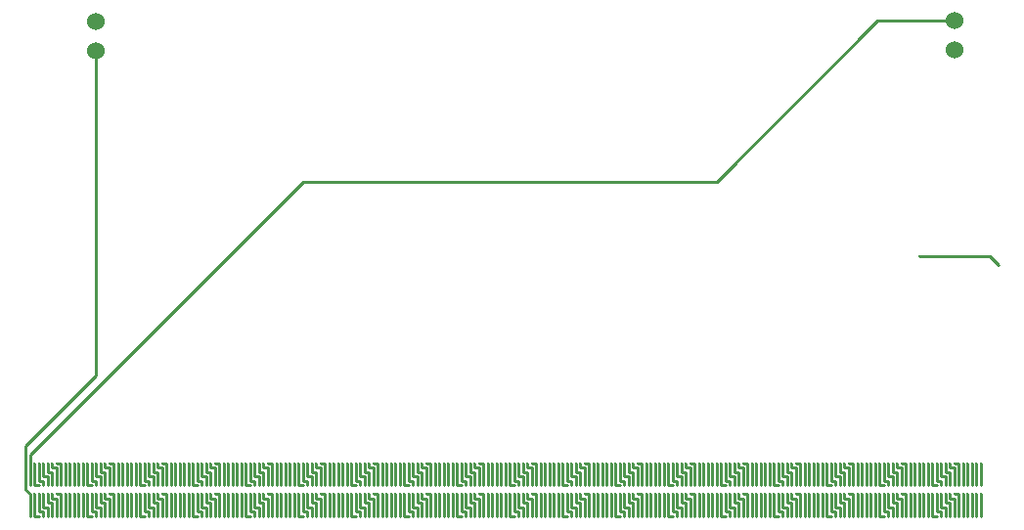
<source format=gbr>
G04 #@! TF.FileFunction,Copper,L2,Bot,Signal*
%FSLAX46Y46*%
G04 Gerber Fmt 4.6, Leading zero omitted, Abs format (unit mm)*
G04 Created by KiCad (PCBNEW 4.0.4+e1-6308~48~ubuntu14.04.1-stable) date Tue Sep 13 00:05:41 2016*
%MOMM*%
%LPD*%
G01*
G04 APERTURE LIST*
%ADD10C,0.100000*%
%ADD11C,1.524000*%
%ADD12C,0.255000*%
%ADD13C,0.110000*%
%ADD14C,0.254000*%
G04 APERTURE END LIST*
D10*
D11*
X86430000Y-70000000D03*
X86430000Y-72540000D03*
X160770000Y-72450000D03*
X160770000Y-69910000D03*
D12*
X138684000Y-110871000D03*
X138684000Y-112776000D03*
X139065000Y-110871000D03*
X139065000Y-112776000D03*
X139446000Y-110871000D03*
X139446000Y-112776000D03*
X139827000Y-110871000D03*
X139827000Y-112776000D03*
X140208000Y-112776000D03*
X140208000Y-110871000D03*
X137160000Y-110871000D03*
X137922000Y-110871000D03*
X137922000Y-112776000D03*
X137541000Y-112776000D03*
X137541000Y-110871000D03*
X137160000Y-112776000D03*
X136779000Y-112776000D03*
X136017000Y-110871000D03*
X136398000Y-112776000D03*
X136398000Y-110871000D03*
X136779000Y-110871000D03*
X138303000Y-112776000D03*
X142875000Y-112776000D03*
X141351000Y-110871000D03*
X140970000Y-110871000D03*
X140970000Y-112776000D03*
X140589000Y-110871000D03*
X141351000Y-112776000D03*
X141732000Y-112776000D03*
X142113000Y-110871000D03*
X142113000Y-112776000D03*
X142494000Y-112776000D03*
X142494000Y-110871000D03*
X141732000Y-110871000D03*
X144780000Y-110871000D03*
X144780000Y-112776000D03*
X144399000Y-112776000D03*
X144399000Y-110871000D03*
X144018000Y-112776000D03*
X144018000Y-110871000D03*
X143637000Y-112776000D03*
X143637000Y-110871000D03*
X143256000Y-112776000D03*
X143256000Y-110871000D03*
X152400000Y-110871000D03*
X152400000Y-112776000D03*
X152781000Y-110871000D03*
X152781000Y-112776000D03*
X153162000Y-110871000D03*
X153162000Y-112776000D03*
X153543000Y-110871000D03*
X153543000Y-112776000D03*
X153924000Y-112776000D03*
X153924000Y-110871000D03*
X150876000Y-110871000D03*
X151638000Y-110871000D03*
X151638000Y-112776000D03*
X151257000Y-112776000D03*
X151257000Y-110871000D03*
X150876000Y-112776000D03*
X150495000Y-112776000D03*
X149733000Y-110871000D03*
X150114000Y-112776000D03*
X150114000Y-110871000D03*
X150495000Y-110871000D03*
X152019000Y-112776000D03*
X147447000Y-112776000D03*
X145923000Y-110871000D03*
X145542000Y-110871000D03*
X145542000Y-112776000D03*
X145161000Y-110871000D03*
X145923000Y-112776000D03*
X146304000Y-112776000D03*
X146685000Y-110871000D03*
X146685000Y-112776000D03*
X147066000Y-112776000D03*
X147066000Y-110871000D03*
X146304000Y-110871000D03*
X149352000Y-110871000D03*
X149352000Y-112776000D03*
X148971000Y-112776000D03*
X148971000Y-110871000D03*
X148590000Y-112776000D03*
X148590000Y-110871000D03*
X148209000Y-112776000D03*
X148209000Y-110871000D03*
X147828000Y-112776000D03*
X147828000Y-110871000D03*
X129540000Y-110871000D03*
X129540000Y-112776000D03*
X129921000Y-110871000D03*
X129921000Y-112776000D03*
X130302000Y-110871000D03*
X130302000Y-112776000D03*
X130683000Y-110871000D03*
X130683000Y-112776000D03*
X131064000Y-112776000D03*
X131064000Y-110871000D03*
X128016000Y-110871000D03*
X128778000Y-110871000D03*
X128778000Y-112776000D03*
X128397000Y-112776000D03*
X128397000Y-110871000D03*
X128016000Y-112776000D03*
X127635000Y-112776000D03*
X126873000Y-110871000D03*
X127254000Y-112776000D03*
X127254000Y-110871000D03*
X127635000Y-110871000D03*
X129159000Y-112776000D03*
X133731000Y-112776000D03*
X132207000Y-110871000D03*
X131826000Y-110871000D03*
X131826000Y-112776000D03*
X131445000Y-110871000D03*
X132207000Y-112776000D03*
X132588000Y-112776000D03*
X132969000Y-110871000D03*
X132969000Y-112776000D03*
X133350000Y-112776000D03*
X133350000Y-110871000D03*
X132588000Y-110871000D03*
X135636000Y-110871000D03*
X135636000Y-112776000D03*
X135255000Y-112776000D03*
X135255000Y-110871000D03*
X134874000Y-112776000D03*
X134874000Y-110871000D03*
X134493000Y-112776000D03*
X134493000Y-110871000D03*
X134112000Y-112776000D03*
X134112000Y-110871000D03*
X124968000Y-110871000D03*
X124968000Y-112776000D03*
X125349000Y-110871000D03*
X125349000Y-112776000D03*
X125730000Y-110871000D03*
X125730000Y-112776000D03*
X126111000Y-110871000D03*
X126111000Y-112776000D03*
X126492000Y-112776000D03*
X126492000Y-110871000D03*
X123444000Y-110871000D03*
X124206000Y-110871000D03*
X124206000Y-112776000D03*
X123825000Y-112776000D03*
X123825000Y-110871000D03*
X124587000Y-112776000D03*
X156972000Y-110871000D03*
X156972000Y-112776000D03*
X157353000Y-110871000D03*
X157353000Y-112776000D03*
X157734000Y-110871000D03*
X157734000Y-112776000D03*
X158115000Y-110871000D03*
X158115000Y-112776000D03*
X158496000Y-112776000D03*
X158496000Y-110871000D03*
X155448000Y-110871000D03*
X156210000Y-110871000D03*
X156210000Y-112776000D03*
X155829000Y-112776000D03*
X155829000Y-110871000D03*
X155448000Y-112776000D03*
X155067000Y-112776000D03*
X154305000Y-110871000D03*
X154686000Y-112776000D03*
X154686000Y-110871000D03*
X155067000Y-110871000D03*
X156591000Y-112776000D03*
X161544000Y-110871000D03*
X161544000Y-112776000D03*
X161925000Y-110871000D03*
X161925000Y-112776000D03*
X162306000Y-110871000D03*
X162306000Y-112776000D03*
X162687000Y-110871000D03*
X162687000Y-112776000D03*
X163068000Y-112776000D03*
X163068000Y-110871000D03*
X160020000Y-110871000D03*
X160782000Y-110871000D03*
X160782000Y-112776000D03*
X160401000Y-112776000D03*
X160401000Y-110871000D03*
X160020000Y-112776000D03*
X159639000Y-112776000D03*
X158877000Y-110871000D03*
X159258000Y-112776000D03*
X159258000Y-110871000D03*
X159639000Y-110871000D03*
X161163000Y-112776000D03*
X157734000Y-90297000D03*
X164592000Y-91059000D03*
X83820000Y-110871000D03*
X83820000Y-112776000D03*
X84201000Y-110871000D03*
X84201000Y-112776000D03*
X84582000Y-110871000D03*
X84582000Y-112776000D03*
X84963000Y-110871000D03*
X84963000Y-112776000D03*
X85344000Y-112776000D03*
X85344000Y-110871000D03*
X82296000Y-110871000D03*
X83058000Y-110871000D03*
X83058000Y-112776000D03*
X82677000Y-112776000D03*
X82677000Y-110871000D03*
X82296000Y-112776000D03*
X81915000Y-112776000D03*
X81153000Y-110871000D03*
X81534000Y-112776000D03*
X81534000Y-110871000D03*
X81915000Y-110871000D03*
X83439000Y-112776000D03*
X88011000Y-112776000D03*
X86487000Y-110871000D03*
X86106000Y-110871000D03*
X86106000Y-112776000D03*
X85725000Y-110871000D03*
X86487000Y-112776000D03*
X86868000Y-112776000D03*
X87249000Y-110871000D03*
X87249000Y-112776000D03*
X87630000Y-112776000D03*
X87630000Y-110871000D03*
X86868000Y-110871000D03*
X89916000Y-110871000D03*
X89916000Y-112776000D03*
X89535000Y-112776000D03*
X89535000Y-110871000D03*
X89154000Y-112776000D03*
X89154000Y-110871000D03*
X88773000Y-112776000D03*
X88773000Y-110871000D03*
X88392000Y-112776000D03*
X88392000Y-110871000D03*
X97536000Y-110871000D03*
X97536000Y-112776000D03*
X97917000Y-110871000D03*
X97917000Y-112776000D03*
X98298000Y-110871000D03*
X98298000Y-112776000D03*
X98679000Y-110871000D03*
X98679000Y-112776000D03*
X99060000Y-112776000D03*
X99060000Y-110871000D03*
X96012000Y-110871000D03*
X96774000Y-110871000D03*
X96774000Y-112776000D03*
X96393000Y-112776000D03*
X96393000Y-110871000D03*
X96012000Y-112776000D03*
X95631000Y-112776000D03*
X94869000Y-110871000D03*
X95250000Y-112776000D03*
X95250000Y-110871000D03*
X95631000Y-110871000D03*
X97155000Y-112776000D03*
X92583000Y-112776000D03*
X91059000Y-110871000D03*
X90678000Y-110871000D03*
X90678000Y-112776000D03*
X90297000Y-110871000D03*
X91059000Y-112776000D03*
X91440000Y-112776000D03*
X91821000Y-110871000D03*
X91821000Y-112776000D03*
X92202000Y-112776000D03*
X92202000Y-110871000D03*
X91440000Y-110871000D03*
X94488000Y-110871000D03*
X94488000Y-112776000D03*
X94107000Y-112776000D03*
X94107000Y-110871000D03*
X93726000Y-112776000D03*
X93726000Y-110871000D03*
X93345000Y-112776000D03*
X93345000Y-110871000D03*
X92964000Y-112776000D03*
X92964000Y-110871000D03*
X111252000Y-110871000D03*
X111252000Y-112776000D03*
X111633000Y-110871000D03*
X111633000Y-112776000D03*
X112014000Y-110871000D03*
X112014000Y-112776000D03*
X112395000Y-110871000D03*
X112395000Y-112776000D03*
X112776000Y-112776000D03*
X112776000Y-110871000D03*
X109728000Y-110871000D03*
X110490000Y-110871000D03*
X110490000Y-112776000D03*
X110109000Y-112776000D03*
X110109000Y-110871000D03*
X109728000Y-112776000D03*
X109347000Y-112776000D03*
X108585000Y-110871000D03*
X108966000Y-112776000D03*
X108966000Y-110871000D03*
X109347000Y-110871000D03*
X110871000Y-112776000D03*
X115443000Y-112776000D03*
X113919000Y-110871000D03*
X113538000Y-110871000D03*
X113538000Y-112776000D03*
X113157000Y-110871000D03*
X113919000Y-112776000D03*
X114300000Y-112776000D03*
X114681000Y-110871000D03*
X114681000Y-112776000D03*
X115062000Y-112776000D03*
X115062000Y-110871000D03*
X114300000Y-110871000D03*
X117348000Y-110871000D03*
X117348000Y-112776000D03*
X116967000Y-112776000D03*
X116967000Y-110871000D03*
X116586000Y-112776000D03*
X116586000Y-110871000D03*
X116205000Y-112776000D03*
X116205000Y-110871000D03*
X115824000Y-112776000D03*
X115824000Y-110871000D03*
X106680000Y-110871000D03*
X106680000Y-112776000D03*
X107061000Y-110871000D03*
X107061000Y-112776000D03*
X107442000Y-110871000D03*
X107442000Y-112776000D03*
X107823000Y-110871000D03*
X107823000Y-112776000D03*
X108204000Y-112776000D03*
X108204000Y-110871000D03*
X105156000Y-110871000D03*
X105918000Y-110871000D03*
X105918000Y-112776000D03*
X105537000Y-112776000D03*
X105537000Y-110871000D03*
X105156000Y-112776000D03*
X104775000Y-112776000D03*
X104013000Y-110871000D03*
X104394000Y-112776000D03*
X104394000Y-110871000D03*
X104775000Y-110871000D03*
X106299000Y-112776000D03*
X101727000Y-112776000D03*
X100203000Y-110871000D03*
X99822000Y-110871000D03*
X99822000Y-112776000D03*
X99441000Y-110871000D03*
X100203000Y-112776000D03*
X100584000Y-112776000D03*
X100965000Y-110871000D03*
X100965000Y-112776000D03*
X101346000Y-112776000D03*
X101346000Y-110871000D03*
X100584000Y-110871000D03*
X103632000Y-110871000D03*
X103632000Y-112776000D03*
X103251000Y-112776000D03*
X103251000Y-110871000D03*
X102870000Y-112776000D03*
X102870000Y-110871000D03*
X102489000Y-112776000D03*
X102489000Y-110871000D03*
X102108000Y-112776000D03*
X102108000Y-110871000D03*
X123444000Y-112776000D03*
X123063000Y-112776000D03*
X122301000Y-110871000D03*
X122682000Y-112776000D03*
X122682000Y-110871000D03*
X123063000Y-110871000D03*
X120015000Y-112776000D03*
X118491000Y-110871000D03*
X118110000Y-110871000D03*
X118110000Y-112776000D03*
X117729000Y-110871000D03*
X118491000Y-112776000D03*
X118872000Y-112776000D03*
X119253000Y-110871000D03*
X119253000Y-112776000D03*
X119634000Y-112776000D03*
X119634000Y-110871000D03*
X118872000Y-110871000D03*
X121920000Y-110871000D03*
X121920000Y-112776000D03*
X121539000Y-112776000D03*
X121539000Y-110871000D03*
X121158000Y-112776000D03*
X121158000Y-110871000D03*
X120777000Y-112776000D03*
X120777000Y-110871000D03*
X120396000Y-112776000D03*
X120396000Y-110871000D03*
X80772000Y-112776000D03*
X161163000Y-110109000D03*
X159639000Y-108204000D03*
X159258000Y-108204000D03*
X159258000Y-110109000D03*
X158877000Y-108204000D03*
X159639000Y-110109000D03*
X160020000Y-110109000D03*
X160401000Y-108204000D03*
X160401000Y-110109000D03*
X160782000Y-110109000D03*
X160782000Y-108204000D03*
X160020000Y-108204000D03*
X163068000Y-108204000D03*
X163068000Y-110109000D03*
X162687000Y-110109000D03*
X162687000Y-108204000D03*
X162306000Y-110109000D03*
X162306000Y-108204000D03*
X161925000Y-110109000D03*
X161925000Y-108204000D03*
X161544000Y-110109000D03*
X161544000Y-108204000D03*
X156591000Y-110109000D03*
X155067000Y-108204000D03*
X154686000Y-108204000D03*
X154686000Y-110109000D03*
X154305000Y-108204000D03*
X155067000Y-110109000D03*
X155448000Y-110109000D03*
X155829000Y-108204000D03*
X155829000Y-110109000D03*
X156210000Y-110109000D03*
X156210000Y-108204000D03*
X155448000Y-108204000D03*
X158496000Y-108204000D03*
X158496000Y-110109000D03*
X158115000Y-110109000D03*
X158115000Y-108204000D03*
X157734000Y-110109000D03*
X157734000Y-108204000D03*
X157353000Y-110109000D03*
X157353000Y-108204000D03*
X156972000Y-110109000D03*
X156972000Y-108204000D03*
X121158000Y-108204000D03*
X121158000Y-110109000D03*
X121539000Y-108204000D03*
X121539000Y-110109000D03*
X121920000Y-110109000D03*
X121920000Y-108204000D03*
X124587000Y-110109000D03*
X123063000Y-108204000D03*
X122682000Y-108204000D03*
X122682000Y-110109000D03*
X122301000Y-108204000D03*
X123063000Y-110109000D03*
X123444000Y-110109000D03*
X123825000Y-108204000D03*
X123825000Y-110109000D03*
X124206000Y-110109000D03*
X124206000Y-108204000D03*
X123444000Y-108204000D03*
X126492000Y-108204000D03*
X126492000Y-110109000D03*
X126111000Y-110109000D03*
X126111000Y-108204000D03*
X125730000Y-110109000D03*
X125730000Y-108204000D03*
X125349000Y-110109000D03*
X125349000Y-108204000D03*
X124968000Y-110109000D03*
X124968000Y-108204000D03*
X134112000Y-108204000D03*
X134112000Y-110109000D03*
X134493000Y-108204000D03*
X134493000Y-110109000D03*
X134874000Y-108204000D03*
X134874000Y-110109000D03*
X135255000Y-108204000D03*
X135255000Y-110109000D03*
X135636000Y-110109000D03*
X135636000Y-108204000D03*
X132588000Y-108204000D03*
X133350000Y-108204000D03*
X133350000Y-110109000D03*
X132969000Y-110109000D03*
X132969000Y-108204000D03*
X132588000Y-110109000D03*
X132207000Y-110109000D03*
X131445000Y-108204000D03*
X131826000Y-110109000D03*
X131826000Y-108204000D03*
X132207000Y-108204000D03*
X133731000Y-110109000D03*
X129159000Y-110109000D03*
X127635000Y-108204000D03*
X127254000Y-108204000D03*
X127254000Y-110109000D03*
X126873000Y-108204000D03*
X127635000Y-110109000D03*
X128016000Y-110109000D03*
X128397000Y-108204000D03*
X128397000Y-110109000D03*
X128778000Y-110109000D03*
X128778000Y-108204000D03*
X128016000Y-108204000D03*
X131064000Y-108204000D03*
X131064000Y-110109000D03*
X130683000Y-110109000D03*
X130683000Y-108204000D03*
X130302000Y-110109000D03*
X130302000Y-108204000D03*
X129921000Y-110109000D03*
X129921000Y-108204000D03*
X129540000Y-110109000D03*
X129540000Y-108204000D03*
X147828000Y-108204000D03*
X147828000Y-110109000D03*
X148209000Y-108204000D03*
X148209000Y-110109000D03*
X148590000Y-108204000D03*
X148590000Y-110109000D03*
X148971000Y-108204000D03*
X148971000Y-110109000D03*
X149352000Y-110109000D03*
X149352000Y-108204000D03*
X146304000Y-108204000D03*
X147066000Y-108204000D03*
X147066000Y-110109000D03*
X146685000Y-110109000D03*
X146685000Y-108204000D03*
X146304000Y-110109000D03*
X145923000Y-110109000D03*
X145161000Y-108204000D03*
X145542000Y-110109000D03*
X145542000Y-108204000D03*
X145923000Y-108204000D03*
X147447000Y-110109000D03*
X152019000Y-110109000D03*
X150495000Y-108204000D03*
X150114000Y-108204000D03*
X150114000Y-110109000D03*
X149733000Y-108204000D03*
X150495000Y-110109000D03*
X150876000Y-110109000D03*
X151257000Y-108204000D03*
X151257000Y-110109000D03*
X151638000Y-110109000D03*
X151638000Y-108204000D03*
X150876000Y-108204000D03*
X153924000Y-108204000D03*
X153924000Y-110109000D03*
X153543000Y-110109000D03*
X153543000Y-108204000D03*
X153162000Y-110109000D03*
X153162000Y-108204000D03*
X152781000Y-110109000D03*
X152781000Y-108204000D03*
X152400000Y-110109000D03*
X152400000Y-108204000D03*
X143256000Y-108204000D03*
X143256000Y-110109000D03*
X143637000Y-108204000D03*
X143637000Y-110109000D03*
X144018000Y-108204000D03*
X144018000Y-110109000D03*
X144399000Y-108204000D03*
X144399000Y-110109000D03*
X144780000Y-110109000D03*
X144780000Y-108204000D03*
X141732000Y-108204000D03*
X142494000Y-108204000D03*
X142494000Y-110109000D03*
X142113000Y-110109000D03*
X142113000Y-108204000D03*
X141732000Y-110109000D03*
X141351000Y-110109000D03*
X140589000Y-108204000D03*
X140970000Y-110109000D03*
X140970000Y-108204000D03*
X141351000Y-108204000D03*
X142875000Y-110109000D03*
X138303000Y-110109000D03*
X136779000Y-108204000D03*
X136398000Y-108204000D03*
X136398000Y-110109000D03*
X136017000Y-108204000D03*
X136779000Y-110109000D03*
X137160000Y-110109000D03*
X137541000Y-108204000D03*
X137541000Y-110109000D03*
X137922000Y-110109000D03*
X137922000Y-108204000D03*
X137160000Y-108204000D03*
X140208000Y-108204000D03*
X140208000Y-110109000D03*
X139827000Y-110109000D03*
X139827000Y-108204000D03*
X139446000Y-110109000D03*
X139446000Y-108204000D03*
X139065000Y-110109000D03*
X139065000Y-108204000D03*
X138684000Y-110109000D03*
X138684000Y-108204000D03*
D13*
X160570000Y-72500000D03*
D12*
X120396000Y-108204000D03*
X120396000Y-110109000D03*
X120777000Y-108204000D03*
X120777000Y-110109000D03*
X118872000Y-108204000D03*
X119634000Y-108204000D03*
X119634000Y-110109000D03*
X119253000Y-110109000D03*
X119253000Y-108204000D03*
X118872000Y-110109000D03*
X118491000Y-110109000D03*
X117729000Y-108204000D03*
X118110000Y-110109000D03*
X118110000Y-108204000D03*
X118491000Y-108204000D03*
X120015000Y-110109000D03*
X102108000Y-108204000D03*
X102108000Y-110109000D03*
X102489000Y-108204000D03*
X102489000Y-110109000D03*
X102870000Y-108204000D03*
X102870000Y-110109000D03*
X103251000Y-108204000D03*
X103251000Y-110109000D03*
X103632000Y-110109000D03*
X103632000Y-108204000D03*
X100584000Y-108204000D03*
X101346000Y-108204000D03*
X101346000Y-110109000D03*
X100965000Y-110109000D03*
X100965000Y-108204000D03*
X100584000Y-110109000D03*
X100203000Y-110109000D03*
X99441000Y-108204000D03*
X99822000Y-110109000D03*
X99822000Y-108204000D03*
X100203000Y-108204000D03*
X101727000Y-110109000D03*
X106299000Y-110109000D03*
X104775000Y-108204000D03*
X104394000Y-108204000D03*
X104394000Y-110109000D03*
X104013000Y-108204000D03*
X104775000Y-110109000D03*
X105156000Y-110109000D03*
X105537000Y-108204000D03*
X105537000Y-110109000D03*
X105918000Y-110109000D03*
X105918000Y-108204000D03*
X105156000Y-108204000D03*
X108204000Y-108204000D03*
X108204000Y-110109000D03*
X107823000Y-110109000D03*
X107823000Y-108204000D03*
X107442000Y-110109000D03*
X107442000Y-108204000D03*
X107061000Y-110109000D03*
X107061000Y-108204000D03*
X106680000Y-110109000D03*
X106680000Y-108204000D03*
X115824000Y-108204000D03*
X115824000Y-110109000D03*
X116205000Y-108204000D03*
X116205000Y-110109000D03*
X116586000Y-108204000D03*
X116586000Y-110109000D03*
X116967000Y-108204000D03*
X116967000Y-110109000D03*
X117348000Y-110109000D03*
X117348000Y-108204000D03*
X114300000Y-108204000D03*
X115062000Y-108204000D03*
X115062000Y-110109000D03*
X114681000Y-110109000D03*
X114681000Y-108204000D03*
X114300000Y-110109000D03*
X113919000Y-110109000D03*
X113157000Y-108204000D03*
X113538000Y-110109000D03*
X113538000Y-108204000D03*
X113919000Y-108204000D03*
X115443000Y-110109000D03*
X110871000Y-110109000D03*
X109347000Y-108204000D03*
X108966000Y-108204000D03*
X108966000Y-110109000D03*
X108585000Y-108204000D03*
X109347000Y-110109000D03*
X109728000Y-110109000D03*
X110109000Y-108204000D03*
X110109000Y-110109000D03*
X110490000Y-110109000D03*
X110490000Y-108204000D03*
X109728000Y-108204000D03*
X112776000Y-108204000D03*
X112776000Y-110109000D03*
X112395000Y-110109000D03*
X112395000Y-108204000D03*
X112014000Y-110109000D03*
X112014000Y-108204000D03*
X111633000Y-110109000D03*
X111633000Y-108204000D03*
X111252000Y-110109000D03*
X111252000Y-108204000D03*
X92964000Y-108204000D03*
X92964000Y-110109000D03*
X93345000Y-108204000D03*
X93345000Y-110109000D03*
X93726000Y-108204000D03*
X93726000Y-110109000D03*
X94107000Y-108204000D03*
X94107000Y-110109000D03*
X94488000Y-110109000D03*
X94488000Y-108204000D03*
X91440000Y-108204000D03*
X92202000Y-108204000D03*
X92202000Y-110109000D03*
X91821000Y-110109000D03*
X91821000Y-108204000D03*
X91440000Y-110109000D03*
X91059000Y-110109000D03*
X90297000Y-108204000D03*
X90678000Y-110109000D03*
X90678000Y-108204000D03*
X91059000Y-108204000D03*
X92583000Y-110109000D03*
X97155000Y-110109000D03*
X95631000Y-108204000D03*
X95250000Y-108204000D03*
X95250000Y-110109000D03*
X94869000Y-108204000D03*
X95631000Y-110109000D03*
X96012000Y-110109000D03*
X96393000Y-108204000D03*
X96393000Y-110109000D03*
X96774000Y-110109000D03*
X96774000Y-108204000D03*
X96012000Y-108204000D03*
X99060000Y-108204000D03*
X99060000Y-110109000D03*
X98679000Y-110109000D03*
X98679000Y-108204000D03*
X98298000Y-110109000D03*
X98298000Y-108204000D03*
X97917000Y-110109000D03*
X97917000Y-108204000D03*
X97536000Y-110109000D03*
X97536000Y-108204000D03*
X88392000Y-108204000D03*
X88392000Y-110109000D03*
X88773000Y-108204000D03*
X88773000Y-110109000D03*
X89154000Y-108204000D03*
X89154000Y-110109000D03*
X89535000Y-108204000D03*
X89535000Y-110109000D03*
X89916000Y-110109000D03*
X89916000Y-108204000D03*
X86868000Y-108204000D03*
X87630000Y-108204000D03*
X87630000Y-110109000D03*
X87249000Y-110109000D03*
X87249000Y-108204000D03*
X86868000Y-110109000D03*
X86487000Y-110109000D03*
X85725000Y-108204000D03*
X86106000Y-110109000D03*
X86106000Y-108204000D03*
X86487000Y-108204000D03*
X88011000Y-110109000D03*
X83439000Y-110109000D03*
X81915000Y-108204000D03*
X81534000Y-108204000D03*
X81534000Y-110109000D03*
X81153000Y-108204000D03*
X81915000Y-110109000D03*
X82296000Y-110109000D03*
X82677000Y-108204000D03*
X82677000Y-110109000D03*
X83058000Y-110109000D03*
X83058000Y-108204000D03*
X82296000Y-108204000D03*
X85344000Y-108204000D03*
X85344000Y-110109000D03*
X84963000Y-110109000D03*
X84963000Y-108204000D03*
X84582000Y-110109000D03*
X84582000Y-108204000D03*
X84201000Y-110109000D03*
X84201000Y-108204000D03*
X83820000Y-110109000D03*
X83820000Y-108204000D03*
X80772000Y-110109000D03*
D14*
X138684000Y-110871000D02*
X138684000Y-112776000D01*
X139065000Y-110871000D02*
X139065000Y-112776000D01*
X139446000Y-110871000D02*
X139446000Y-112776000D01*
X139827000Y-110871000D02*
X139827000Y-112776000D01*
X140208000Y-110871000D02*
X140208000Y-112776000D01*
X137922000Y-110871000D02*
X138303000Y-110871000D01*
X137541000Y-111252000D02*
X137922000Y-111252000D01*
X137922000Y-111252000D02*
X137922000Y-112776000D01*
X137541000Y-110871000D02*
X137541000Y-111252000D01*
X137160000Y-110871000D02*
X137160000Y-111633000D01*
X137541000Y-111633000D02*
X137541000Y-112776000D01*
X137160000Y-111633000D02*
X137541000Y-111633000D01*
X136779000Y-110871000D02*
X136779000Y-112014000D01*
X137160000Y-112014000D02*
X137160000Y-112776000D01*
X136779000Y-112014000D02*
X137160000Y-112014000D01*
X136398000Y-110871000D02*
X136398000Y-112395000D01*
X136017000Y-112776000D02*
X136398000Y-112776000D01*
X136017000Y-110871000D02*
X136017000Y-112776000D01*
X136779000Y-112395000D02*
X136779000Y-112776000D01*
X136398000Y-112395000D02*
X136779000Y-112395000D01*
X138303000Y-110871000D02*
X138303000Y-112776000D01*
X142875000Y-110871000D02*
X142875000Y-112776000D01*
X140970000Y-112395000D02*
X141351000Y-112395000D01*
X141351000Y-112395000D02*
X141351000Y-112776000D01*
X140589000Y-110871000D02*
X140589000Y-112776000D01*
X140589000Y-112776000D02*
X140970000Y-112776000D01*
X140970000Y-110871000D02*
X140970000Y-112395000D01*
X141351000Y-112014000D02*
X141732000Y-112014000D01*
X141732000Y-112014000D02*
X141732000Y-112776000D01*
X141351000Y-110871000D02*
X141351000Y-112014000D01*
X141732000Y-111633000D02*
X142113000Y-111633000D01*
X142113000Y-111633000D02*
X142113000Y-112776000D01*
X141732000Y-110871000D02*
X141732000Y-111633000D01*
X142113000Y-110871000D02*
X142113000Y-111252000D01*
X142494000Y-111252000D02*
X142494000Y-112776000D01*
X142113000Y-111252000D02*
X142494000Y-111252000D01*
X142494000Y-110871000D02*
X142875000Y-110871000D01*
X144780000Y-110871000D02*
X144780000Y-112776000D01*
X144399000Y-110871000D02*
X144399000Y-112776000D01*
X144018000Y-110871000D02*
X144018000Y-112776000D01*
X143637000Y-110871000D02*
X143637000Y-112776000D01*
X143256000Y-110871000D02*
X143256000Y-112776000D01*
X152400000Y-110871000D02*
X152400000Y-112776000D01*
X152781000Y-110871000D02*
X152781000Y-112776000D01*
X153162000Y-110871000D02*
X153162000Y-112776000D01*
X153543000Y-110871000D02*
X153543000Y-112776000D01*
X153924000Y-110871000D02*
X153924000Y-112776000D01*
X151638000Y-110871000D02*
X152019000Y-110871000D01*
X151257000Y-111252000D02*
X151638000Y-111252000D01*
X151638000Y-111252000D02*
X151638000Y-112776000D01*
X151257000Y-110871000D02*
X151257000Y-111252000D01*
X150876000Y-110871000D02*
X150876000Y-111633000D01*
X151257000Y-111633000D02*
X151257000Y-112776000D01*
X150876000Y-111633000D02*
X151257000Y-111633000D01*
X150495000Y-110871000D02*
X150495000Y-112014000D01*
X150876000Y-112014000D02*
X150876000Y-112776000D01*
X150495000Y-112014000D02*
X150876000Y-112014000D01*
X150114000Y-110871000D02*
X150114000Y-112395000D01*
X149733000Y-112776000D02*
X150114000Y-112776000D01*
X149733000Y-110871000D02*
X149733000Y-112776000D01*
X150495000Y-112395000D02*
X150495000Y-112776000D01*
X150114000Y-112395000D02*
X150495000Y-112395000D01*
X152019000Y-110871000D02*
X152019000Y-112776000D01*
X147447000Y-110871000D02*
X147447000Y-112776000D01*
X145542000Y-112395000D02*
X145923000Y-112395000D01*
X145923000Y-112395000D02*
X145923000Y-112776000D01*
X145161000Y-110871000D02*
X145161000Y-112776000D01*
X145161000Y-112776000D02*
X145542000Y-112776000D01*
X145542000Y-110871000D02*
X145542000Y-112395000D01*
X145923000Y-112014000D02*
X146304000Y-112014000D01*
X146304000Y-112014000D02*
X146304000Y-112776000D01*
X145923000Y-110871000D02*
X145923000Y-112014000D01*
X146304000Y-111633000D02*
X146685000Y-111633000D01*
X146685000Y-111633000D02*
X146685000Y-112776000D01*
X146304000Y-110871000D02*
X146304000Y-111633000D01*
X146685000Y-110871000D02*
X146685000Y-111252000D01*
X147066000Y-111252000D02*
X147066000Y-112776000D01*
X146685000Y-111252000D02*
X147066000Y-111252000D01*
X147066000Y-110871000D02*
X147447000Y-110871000D01*
X149352000Y-110871000D02*
X149352000Y-112776000D01*
X148971000Y-110871000D02*
X148971000Y-112776000D01*
X148590000Y-110871000D02*
X148590000Y-112776000D01*
X148209000Y-110871000D02*
X148209000Y-112776000D01*
X147828000Y-110871000D02*
X147828000Y-112776000D01*
X129540000Y-110871000D02*
X129540000Y-112776000D01*
X129921000Y-110871000D02*
X129921000Y-112776000D01*
X130302000Y-110871000D02*
X130302000Y-112776000D01*
X130683000Y-110871000D02*
X130683000Y-112776000D01*
X131064000Y-110871000D02*
X131064000Y-112776000D01*
X128778000Y-110871000D02*
X129159000Y-110871000D01*
X128397000Y-111252000D02*
X128778000Y-111252000D01*
X128778000Y-111252000D02*
X128778000Y-112776000D01*
X128397000Y-110871000D02*
X128397000Y-111252000D01*
X128016000Y-110871000D02*
X128016000Y-111633000D01*
X128397000Y-111633000D02*
X128397000Y-112776000D01*
X128016000Y-111633000D02*
X128397000Y-111633000D01*
X127635000Y-110871000D02*
X127635000Y-112014000D01*
X128016000Y-112014000D02*
X128016000Y-112776000D01*
X127635000Y-112014000D02*
X128016000Y-112014000D01*
X127254000Y-110871000D02*
X127254000Y-112395000D01*
X126873000Y-112776000D02*
X127254000Y-112776000D01*
X126873000Y-110871000D02*
X126873000Y-112776000D01*
X127635000Y-112395000D02*
X127635000Y-112776000D01*
X127254000Y-112395000D02*
X127635000Y-112395000D01*
X129159000Y-110871000D02*
X129159000Y-112776000D01*
X133731000Y-110871000D02*
X133731000Y-112776000D01*
X131826000Y-112395000D02*
X132207000Y-112395000D01*
X132207000Y-112395000D02*
X132207000Y-112776000D01*
X131445000Y-110871000D02*
X131445000Y-112776000D01*
X131445000Y-112776000D02*
X131826000Y-112776000D01*
X131826000Y-110871000D02*
X131826000Y-112395000D01*
X132207000Y-112014000D02*
X132588000Y-112014000D01*
X132588000Y-112014000D02*
X132588000Y-112776000D01*
X132207000Y-110871000D02*
X132207000Y-112014000D01*
X132588000Y-111633000D02*
X132969000Y-111633000D01*
X132969000Y-111633000D02*
X132969000Y-112776000D01*
X132588000Y-110871000D02*
X132588000Y-111633000D01*
X132969000Y-110871000D02*
X132969000Y-111252000D01*
X133350000Y-111252000D02*
X133350000Y-112776000D01*
X132969000Y-111252000D02*
X133350000Y-111252000D01*
X133350000Y-110871000D02*
X133731000Y-110871000D01*
X135636000Y-110871000D02*
X135636000Y-112776000D01*
X135255000Y-110871000D02*
X135255000Y-112776000D01*
X134874000Y-110871000D02*
X134874000Y-112776000D01*
X134493000Y-110871000D02*
X134493000Y-112776000D01*
X134112000Y-110871000D02*
X134112000Y-112776000D01*
X124968000Y-110871000D02*
X124968000Y-112776000D01*
X125349000Y-110871000D02*
X125349000Y-112776000D01*
X125730000Y-110871000D02*
X125730000Y-112776000D01*
X126111000Y-110871000D02*
X126111000Y-112776000D01*
X126492000Y-110871000D02*
X126492000Y-112776000D01*
X124206000Y-110871000D02*
X124587000Y-110871000D01*
X123825000Y-111252000D02*
X124206000Y-111252000D01*
X124206000Y-111252000D02*
X124206000Y-112776000D01*
X123825000Y-110871000D02*
X123825000Y-111252000D01*
X123444000Y-110871000D02*
X123444000Y-111633000D01*
X123825000Y-111633000D02*
X123825000Y-112776000D01*
X123444000Y-111633000D02*
X123825000Y-111633000D01*
X124587000Y-110871000D02*
X124587000Y-112776000D01*
X156972000Y-110871000D02*
X156972000Y-112776000D01*
X157353000Y-110871000D02*
X157353000Y-112776000D01*
X157734000Y-110871000D02*
X157734000Y-112776000D01*
X158115000Y-110871000D02*
X158115000Y-112776000D01*
X158496000Y-110871000D02*
X158496000Y-112776000D01*
X156210000Y-110871000D02*
X156591000Y-110871000D01*
X155829000Y-111252000D02*
X156210000Y-111252000D01*
X156210000Y-111252000D02*
X156210000Y-112776000D01*
X155829000Y-110871000D02*
X155829000Y-111252000D01*
X155448000Y-110871000D02*
X155448000Y-111633000D01*
X155829000Y-111633000D02*
X155829000Y-112776000D01*
X155448000Y-111633000D02*
X155829000Y-111633000D01*
X155067000Y-110871000D02*
X155067000Y-112014000D01*
X155448000Y-112014000D02*
X155448000Y-112776000D01*
X155067000Y-112014000D02*
X155448000Y-112014000D01*
X154686000Y-110871000D02*
X154686000Y-112395000D01*
X154305000Y-112776000D02*
X154686000Y-112776000D01*
X154305000Y-110871000D02*
X154305000Y-112776000D01*
X155067000Y-112395000D02*
X155067000Y-112776000D01*
X154686000Y-112395000D02*
X155067000Y-112395000D01*
X156591000Y-110871000D02*
X156591000Y-112776000D01*
X161544000Y-110871000D02*
X161544000Y-112776000D01*
X161925000Y-110871000D02*
X161925000Y-112776000D01*
X162306000Y-110871000D02*
X162306000Y-112776000D01*
X162687000Y-110871000D02*
X162687000Y-112776000D01*
X163068000Y-112776000D02*
X163068000Y-110871000D01*
X160782000Y-110871000D02*
X161163000Y-110871000D01*
X160401000Y-111252000D02*
X160782000Y-111252000D01*
X160782000Y-111252000D02*
X160782000Y-112776000D01*
X160401000Y-110871000D02*
X160401000Y-111252000D01*
X160020000Y-110871000D02*
X160020000Y-111633000D01*
X160401000Y-111633000D02*
X160401000Y-112776000D01*
X160020000Y-111633000D02*
X160401000Y-111633000D01*
X159639000Y-110871000D02*
X159639000Y-112014000D01*
X160020000Y-112014000D02*
X160020000Y-112776000D01*
X159639000Y-112014000D02*
X160020000Y-112014000D01*
X159258000Y-110871000D02*
X159258000Y-112395000D01*
X158877000Y-112776000D02*
X159258000Y-112776000D01*
X158877000Y-110871000D02*
X158877000Y-112776000D01*
X159639000Y-112395000D02*
X159639000Y-112776000D01*
X159258000Y-112395000D02*
X159639000Y-112395000D01*
X161163000Y-110871000D02*
X161163000Y-112776000D01*
X163830000Y-90297000D02*
X157734000Y-90297000D01*
X164592000Y-91059000D02*
X163830000Y-90297000D01*
X80772000Y-112776000D02*
X80772000Y-110871000D01*
X86430000Y-72540000D02*
X86430000Y-100641000D01*
X80391000Y-106680000D02*
X86430000Y-100641000D01*
X80391000Y-110490000D02*
X80391000Y-106680000D01*
X80772000Y-110871000D02*
X80391000Y-110490000D01*
X83820000Y-110871000D02*
X83820000Y-112776000D01*
X84201000Y-110871000D02*
X84201000Y-112776000D01*
X84582000Y-110871000D02*
X84582000Y-112776000D01*
X84963000Y-110871000D02*
X84963000Y-112776000D01*
X85344000Y-110871000D02*
X85344000Y-112776000D01*
X83058000Y-110871000D02*
X83439000Y-110871000D01*
X82677000Y-111252000D02*
X83058000Y-111252000D01*
X83058000Y-111252000D02*
X83058000Y-112776000D01*
X82677000Y-110871000D02*
X82677000Y-111252000D01*
X82296000Y-110871000D02*
X82296000Y-111633000D01*
X82677000Y-111633000D02*
X82677000Y-112776000D01*
X82296000Y-111633000D02*
X82677000Y-111633000D01*
X81915000Y-110871000D02*
X81915000Y-112014000D01*
X82296000Y-112014000D02*
X82296000Y-112776000D01*
X81915000Y-112014000D02*
X82296000Y-112014000D01*
X81534000Y-110871000D02*
X81534000Y-112395000D01*
X81153000Y-112776000D02*
X81534000Y-112776000D01*
X81153000Y-110871000D02*
X81153000Y-112776000D01*
X81915000Y-112395000D02*
X81915000Y-112776000D01*
X81534000Y-112395000D02*
X81915000Y-112395000D01*
X83439000Y-110871000D02*
X83439000Y-112776000D01*
X88011000Y-110871000D02*
X88011000Y-112776000D01*
X86106000Y-112395000D02*
X86487000Y-112395000D01*
X86487000Y-112395000D02*
X86487000Y-112776000D01*
X85725000Y-110871000D02*
X85725000Y-112776000D01*
X85725000Y-112776000D02*
X86106000Y-112776000D01*
X86106000Y-110871000D02*
X86106000Y-112395000D01*
X86487000Y-112014000D02*
X86868000Y-112014000D01*
X86868000Y-112014000D02*
X86868000Y-112776000D01*
X86487000Y-110871000D02*
X86487000Y-112014000D01*
X86868000Y-111633000D02*
X87249000Y-111633000D01*
X87249000Y-111633000D02*
X87249000Y-112776000D01*
X86868000Y-110871000D02*
X86868000Y-111633000D01*
X87249000Y-110871000D02*
X87249000Y-111252000D01*
X87630000Y-111252000D02*
X87630000Y-112776000D01*
X87249000Y-111252000D02*
X87630000Y-111252000D01*
X87630000Y-110871000D02*
X88011000Y-110871000D01*
X89916000Y-110871000D02*
X89916000Y-112776000D01*
X89535000Y-110871000D02*
X89535000Y-112776000D01*
X89154000Y-110871000D02*
X89154000Y-112776000D01*
X88773000Y-110871000D02*
X88773000Y-112776000D01*
X88392000Y-110871000D02*
X88392000Y-112776000D01*
X97536000Y-110871000D02*
X97536000Y-112776000D01*
X97917000Y-110871000D02*
X97917000Y-112776000D01*
X98298000Y-110871000D02*
X98298000Y-112776000D01*
X98679000Y-110871000D02*
X98679000Y-112776000D01*
X99060000Y-110871000D02*
X99060000Y-112776000D01*
X96774000Y-110871000D02*
X97155000Y-110871000D01*
X96393000Y-111252000D02*
X96774000Y-111252000D01*
X96774000Y-111252000D02*
X96774000Y-112776000D01*
X96393000Y-110871000D02*
X96393000Y-111252000D01*
X96012000Y-110871000D02*
X96012000Y-111633000D01*
X96393000Y-111633000D02*
X96393000Y-112776000D01*
X96012000Y-111633000D02*
X96393000Y-111633000D01*
X95631000Y-110871000D02*
X95631000Y-112014000D01*
X96012000Y-112014000D02*
X96012000Y-112776000D01*
X95631000Y-112014000D02*
X96012000Y-112014000D01*
X95250000Y-110871000D02*
X95250000Y-112395000D01*
X94869000Y-112776000D02*
X95250000Y-112776000D01*
X94869000Y-110871000D02*
X94869000Y-112776000D01*
X95631000Y-112395000D02*
X95631000Y-112776000D01*
X95250000Y-112395000D02*
X95631000Y-112395000D01*
X97155000Y-110871000D02*
X97155000Y-112776000D01*
X92583000Y-110871000D02*
X92583000Y-112776000D01*
X90678000Y-112395000D02*
X91059000Y-112395000D01*
X91059000Y-112395000D02*
X91059000Y-112776000D01*
X90297000Y-110871000D02*
X90297000Y-112776000D01*
X90297000Y-112776000D02*
X90678000Y-112776000D01*
X90678000Y-110871000D02*
X90678000Y-112395000D01*
X91059000Y-112014000D02*
X91440000Y-112014000D01*
X91440000Y-112014000D02*
X91440000Y-112776000D01*
X91059000Y-110871000D02*
X91059000Y-112014000D01*
X91440000Y-111633000D02*
X91821000Y-111633000D01*
X91821000Y-111633000D02*
X91821000Y-112776000D01*
X91440000Y-110871000D02*
X91440000Y-111633000D01*
X91821000Y-110871000D02*
X91821000Y-111252000D01*
X92202000Y-111252000D02*
X92202000Y-112776000D01*
X91821000Y-111252000D02*
X92202000Y-111252000D01*
X92202000Y-110871000D02*
X92583000Y-110871000D01*
X94488000Y-110871000D02*
X94488000Y-112776000D01*
X94107000Y-110871000D02*
X94107000Y-112776000D01*
X93726000Y-110871000D02*
X93726000Y-112776000D01*
X93345000Y-110871000D02*
X93345000Y-112776000D01*
X92964000Y-110871000D02*
X92964000Y-112776000D01*
X111252000Y-110871000D02*
X111252000Y-112776000D01*
X111633000Y-110871000D02*
X111633000Y-112776000D01*
X112014000Y-110871000D02*
X112014000Y-112776000D01*
X112395000Y-110871000D02*
X112395000Y-112776000D01*
X112776000Y-110871000D02*
X112776000Y-112776000D01*
X110490000Y-110871000D02*
X110871000Y-110871000D01*
X110109000Y-111252000D02*
X110490000Y-111252000D01*
X110490000Y-111252000D02*
X110490000Y-112776000D01*
X110109000Y-110871000D02*
X110109000Y-111252000D01*
X109728000Y-110871000D02*
X109728000Y-111633000D01*
X110109000Y-111633000D02*
X110109000Y-112776000D01*
X109728000Y-111633000D02*
X110109000Y-111633000D01*
X109347000Y-110871000D02*
X109347000Y-112014000D01*
X109728000Y-112014000D02*
X109728000Y-112776000D01*
X109347000Y-112014000D02*
X109728000Y-112014000D01*
X108966000Y-110871000D02*
X108966000Y-112395000D01*
X108585000Y-112776000D02*
X108966000Y-112776000D01*
X108585000Y-110871000D02*
X108585000Y-112776000D01*
X109347000Y-112395000D02*
X109347000Y-112776000D01*
X108966000Y-112395000D02*
X109347000Y-112395000D01*
X110871000Y-110871000D02*
X110871000Y-112776000D01*
X115443000Y-110871000D02*
X115443000Y-112776000D01*
X113538000Y-112395000D02*
X113919000Y-112395000D01*
X113919000Y-112395000D02*
X113919000Y-112776000D01*
X113157000Y-110871000D02*
X113157000Y-112776000D01*
X113157000Y-112776000D02*
X113538000Y-112776000D01*
X113538000Y-110871000D02*
X113538000Y-112395000D01*
X113919000Y-112014000D02*
X114300000Y-112014000D01*
X114300000Y-112014000D02*
X114300000Y-112776000D01*
X113919000Y-110871000D02*
X113919000Y-112014000D01*
X114300000Y-111633000D02*
X114681000Y-111633000D01*
X114681000Y-111633000D02*
X114681000Y-112776000D01*
X114300000Y-110871000D02*
X114300000Y-111633000D01*
X114681000Y-110871000D02*
X114681000Y-111252000D01*
X115062000Y-111252000D02*
X115062000Y-112776000D01*
X114681000Y-111252000D02*
X115062000Y-111252000D01*
X115062000Y-110871000D02*
X115443000Y-110871000D01*
X117348000Y-110871000D02*
X117348000Y-112776000D01*
X116967000Y-110871000D02*
X116967000Y-112776000D01*
X116586000Y-110871000D02*
X116586000Y-112776000D01*
X116205000Y-110871000D02*
X116205000Y-112776000D01*
X115824000Y-110871000D02*
X115824000Y-112776000D01*
X106680000Y-110871000D02*
X106680000Y-112776000D01*
X107061000Y-110871000D02*
X107061000Y-112776000D01*
X107442000Y-110871000D02*
X107442000Y-112776000D01*
X107823000Y-110871000D02*
X107823000Y-112776000D01*
X108204000Y-110871000D02*
X108204000Y-112776000D01*
X105918000Y-110871000D02*
X106299000Y-110871000D01*
X105537000Y-111252000D02*
X105918000Y-111252000D01*
X105918000Y-111252000D02*
X105918000Y-112776000D01*
X105537000Y-110871000D02*
X105537000Y-111252000D01*
X105156000Y-110871000D02*
X105156000Y-111633000D01*
X105537000Y-111633000D02*
X105537000Y-112776000D01*
X105156000Y-111633000D02*
X105537000Y-111633000D01*
X104775000Y-110871000D02*
X104775000Y-112014000D01*
X105156000Y-112014000D02*
X105156000Y-112776000D01*
X104775000Y-112014000D02*
X105156000Y-112014000D01*
X104394000Y-110871000D02*
X104394000Y-112395000D01*
X104013000Y-112776000D02*
X104394000Y-112776000D01*
X104013000Y-110871000D02*
X104013000Y-112776000D01*
X104775000Y-112395000D02*
X104775000Y-112776000D01*
X104394000Y-112395000D02*
X104775000Y-112395000D01*
X106299000Y-110871000D02*
X106299000Y-112776000D01*
X101727000Y-110871000D02*
X101727000Y-112776000D01*
X99822000Y-112395000D02*
X100203000Y-112395000D01*
X100203000Y-112395000D02*
X100203000Y-112776000D01*
X99441000Y-110871000D02*
X99441000Y-112776000D01*
X99441000Y-112776000D02*
X99822000Y-112776000D01*
X99822000Y-110871000D02*
X99822000Y-112395000D01*
X100203000Y-112014000D02*
X100584000Y-112014000D01*
X100584000Y-112014000D02*
X100584000Y-112776000D01*
X100203000Y-110871000D02*
X100203000Y-112014000D01*
X100584000Y-111633000D02*
X100965000Y-111633000D01*
X100965000Y-111633000D02*
X100965000Y-112776000D01*
X100584000Y-110871000D02*
X100584000Y-111633000D01*
X100965000Y-110871000D02*
X100965000Y-111252000D01*
X101346000Y-111252000D02*
X101346000Y-112776000D01*
X100965000Y-111252000D02*
X101346000Y-111252000D01*
X101346000Y-110871000D02*
X101727000Y-110871000D01*
X103632000Y-110871000D02*
X103632000Y-112776000D01*
X103251000Y-110871000D02*
X103251000Y-112776000D01*
X102870000Y-110871000D02*
X102870000Y-112776000D01*
X102489000Y-110871000D02*
X102489000Y-112776000D01*
X102108000Y-110871000D02*
X102108000Y-112776000D01*
X123063000Y-110871000D02*
X123063000Y-112014000D01*
X123444000Y-112014000D02*
X123444000Y-112776000D01*
X123063000Y-112014000D02*
X123444000Y-112014000D01*
X122682000Y-110871000D02*
X122682000Y-112395000D01*
X122301000Y-112776000D02*
X122682000Y-112776000D01*
X122301000Y-110871000D02*
X122301000Y-112776000D01*
X123063000Y-112395000D02*
X123063000Y-112776000D01*
X122682000Y-112395000D02*
X123063000Y-112395000D01*
X120015000Y-110871000D02*
X120015000Y-112776000D01*
X118110000Y-112395000D02*
X118491000Y-112395000D01*
X118491000Y-112395000D02*
X118491000Y-112776000D01*
X117729000Y-110871000D02*
X117729000Y-112776000D01*
X117729000Y-112776000D02*
X118110000Y-112776000D01*
X118110000Y-110871000D02*
X118110000Y-112395000D01*
X118491000Y-112014000D02*
X118872000Y-112014000D01*
X118872000Y-112014000D02*
X118872000Y-112776000D01*
X118491000Y-110871000D02*
X118491000Y-112014000D01*
X118872000Y-111633000D02*
X119253000Y-111633000D01*
X119253000Y-111633000D02*
X119253000Y-112776000D01*
X118872000Y-110871000D02*
X118872000Y-111633000D01*
X119253000Y-110871000D02*
X119253000Y-111252000D01*
X119634000Y-111252000D02*
X119634000Y-112776000D01*
X119253000Y-111252000D02*
X119634000Y-111252000D01*
X119634000Y-110871000D02*
X120015000Y-110871000D01*
X121920000Y-110871000D02*
X121920000Y-112776000D01*
X121539000Y-110871000D02*
X121539000Y-112776000D01*
X121158000Y-110871000D02*
X121158000Y-112776000D01*
X120777000Y-110871000D02*
X120777000Y-112776000D01*
X120396000Y-110871000D02*
X120396000Y-112776000D01*
X161163000Y-108204000D02*
X161163000Y-110109000D01*
X159258000Y-109728000D02*
X159639000Y-109728000D01*
X159639000Y-109728000D02*
X159639000Y-110109000D01*
X158877000Y-108204000D02*
X158877000Y-110109000D01*
X158877000Y-110109000D02*
X159258000Y-110109000D01*
X159258000Y-108204000D02*
X159258000Y-109728000D01*
X159639000Y-109347000D02*
X160020000Y-109347000D01*
X160020000Y-109347000D02*
X160020000Y-110109000D01*
X159639000Y-108204000D02*
X159639000Y-109347000D01*
X160020000Y-108966000D02*
X160401000Y-108966000D01*
X160401000Y-108966000D02*
X160401000Y-110109000D01*
X160020000Y-108204000D02*
X160020000Y-108966000D01*
X160401000Y-108204000D02*
X160401000Y-108585000D01*
X160782000Y-108585000D02*
X160782000Y-110109000D01*
X160401000Y-108585000D02*
X160782000Y-108585000D01*
X160782000Y-108204000D02*
X161163000Y-108204000D01*
X163068000Y-110109000D02*
X163068000Y-108204000D01*
X162687000Y-108204000D02*
X162687000Y-110109000D01*
X162306000Y-108204000D02*
X162306000Y-110109000D01*
X161925000Y-108204000D02*
X161925000Y-110109000D01*
X161544000Y-108204000D02*
X161544000Y-110109000D01*
X156591000Y-108204000D02*
X156591000Y-110109000D01*
X154686000Y-109728000D02*
X155067000Y-109728000D01*
X155067000Y-109728000D02*
X155067000Y-110109000D01*
X154305000Y-108204000D02*
X154305000Y-110109000D01*
X154305000Y-110109000D02*
X154686000Y-110109000D01*
X154686000Y-108204000D02*
X154686000Y-109728000D01*
X155067000Y-109347000D02*
X155448000Y-109347000D01*
X155448000Y-109347000D02*
X155448000Y-110109000D01*
X155067000Y-108204000D02*
X155067000Y-109347000D01*
X155448000Y-108966000D02*
X155829000Y-108966000D01*
X155829000Y-108966000D02*
X155829000Y-110109000D01*
X155448000Y-108204000D02*
X155448000Y-108966000D01*
X155829000Y-108204000D02*
X155829000Y-108585000D01*
X156210000Y-108585000D02*
X156210000Y-110109000D01*
X155829000Y-108585000D02*
X156210000Y-108585000D01*
X156210000Y-108204000D02*
X156591000Y-108204000D01*
X158496000Y-108204000D02*
X158496000Y-110109000D01*
X158115000Y-108204000D02*
X158115000Y-110109000D01*
X157734000Y-108204000D02*
X157734000Y-110109000D01*
X157353000Y-108204000D02*
X157353000Y-110109000D01*
X156972000Y-108204000D02*
X156972000Y-110109000D01*
X121158000Y-108204000D02*
X121158000Y-110109000D01*
X121539000Y-108204000D02*
X121539000Y-110109000D01*
X121920000Y-108204000D02*
X121920000Y-110109000D01*
X124587000Y-108204000D02*
X124587000Y-110109000D01*
X122682000Y-109728000D02*
X123063000Y-109728000D01*
X123063000Y-109728000D02*
X123063000Y-110109000D01*
X122301000Y-108204000D02*
X122301000Y-110109000D01*
X122301000Y-110109000D02*
X122682000Y-110109000D01*
X122682000Y-108204000D02*
X122682000Y-109728000D01*
X123063000Y-109347000D02*
X123444000Y-109347000D01*
X123444000Y-109347000D02*
X123444000Y-110109000D01*
X123063000Y-108204000D02*
X123063000Y-109347000D01*
X123444000Y-108966000D02*
X123825000Y-108966000D01*
X123825000Y-108966000D02*
X123825000Y-110109000D01*
X123444000Y-108204000D02*
X123444000Y-108966000D01*
X123825000Y-108204000D02*
X123825000Y-108585000D01*
X124206000Y-108585000D02*
X124206000Y-110109000D01*
X123825000Y-108585000D02*
X124206000Y-108585000D01*
X124206000Y-108204000D02*
X124587000Y-108204000D01*
X126492000Y-108204000D02*
X126492000Y-110109000D01*
X126111000Y-108204000D02*
X126111000Y-110109000D01*
X125730000Y-108204000D02*
X125730000Y-110109000D01*
X125349000Y-108204000D02*
X125349000Y-110109000D01*
X124968000Y-108204000D02*
X124968000Y-110109000D01*
X134112000Y-108204000D02*
X134112000Y-110109000D01*
X134493000Y-108204000D02*
X134493000Y-110109000D01*
X134874000Y-108204000D02*
X134874000Y-110109000D01*
X135255000Y-108204000D02*
X135255000Y-110109000D01*
X135636000Y-108204000D02*
X135636000Y-110109000D01*
X133350000Y-108204000D02*
X133731000Y-108204000D01*
X132969000Y-108585000D02*
X133350000Y-108585000D01*
X133350000Y-108585000D02*
X133350000Y-110109000D01*
X132969000Y-108204000D02*
X132969000Y-108585000D01*
X132588000Y-108204000D02*
X132588000Y-108966000D01*
X132969000Y-108966000D02*
X132969000Y-110109000D01*
X132588000Y-108966000D02*
X132969000Y-108966000D01*
X132207000Y-108204000D02*
X132207000Y-109347000D01*
X132588000Y-109347000D02*
X132588000Y-110109000D01*
X132207000Y-109347000D02*
X132588000Y-109347000D01*
X131826000Y-108204000D02*
X131826000Y-109728000D01*
X131445000Y-110109000D02*
X131826000Y-110109000D01*
X131445000Y-108204000D02*
X131445000Y-110109000D01*
X132207000Y-109728000D02*
X132207000Y-110109000D01*
X131826000Y-109728000D02*
X132207000Y-109728000D01*
X133731000Y-108204000D02*
X133731000Y-110109000D01*
X129159000Y-108204000D02*
X129159000Y-110109000D01*
X127254000Y-109728000D02*
X127635000Y-109728000D01*
X127635000Y-109728000D02*
X127635000Y-110109000D01*
X126873000Y-108204000D02*
X126873000Y-110109000D01*
X126873000Y-110109000D02*
X127254000Y-110109000D01*
X127254000Y-108204000D02*
X127254000Y-109728000D01*
X127635000Y-109347000D02*
X128016000Y-109347000D01*
X128016000Y-109347000D02*
X128016000Y-110109000D01*
X127635000Y-108204000D02*
X127635000Y-109347000D01*
X128016000Y-108966000D02*
X128397000Y-108966000D01*
X128397000Y-108966000D02*
X128397000Y-110109000D01*
X128016000Y-108204000D02*
X128016000Y-108966000D01*
X128397000Y-108204000D02*
X128397000Y-108585000D01*
X128778000Y-108585000D02*
X128778000Y-110109000D01*
X128397000Y-108585000D02*
X128778000Y-108585000D01*
X128778000Y-108204000D02*
X129159000Y-108204000D01*
X131064000Y-108204000D02*
X131064000Y-110109000D01*
X130683000Y-108204000D02*
X130683000Y-110109000D01*
X130302000Y-108204000D02*
X130302000Y-110109000D01*
X129921000Y-108204000D02*
X129921000Y-110109000D01*
X129540000Y-108204000D02*
X129540000Y-110109000D01*
X147828000Y-108204000D02*
X147828000Y-110109000D01*
X148209000Y-108204000D02*
X148209000Y-110109000D01*
X148590000Y-108204000D02*
X148590000Y-110109000D01*
X148971000Y-108204000D02*
X148971000Y-110109000D01*
X149352000Y-108204000D02*
X149352000Y-110109000D01*
X147066000Y-108204000D02*
X147447000Y-108204000D01*
X146685000Y-108585000D02*
X147066000Y-108585000D01*
X147066000Y-108585000D02*
X147066000Y-110109000D01*
X146685000Y-108204000D02*
X146685000Y-108585000D01*
X146304000Y-108204000D02*
X146304000Y-108966000D01*
X146685000Y-108966000D02*
X146685000Y-110109000D01*
X146304000Y-108966000D02*
X146685000Y-108966000D01*
X145923000Y-108204000D02*
X145923000Y-109347000D01*
X146304000Y-109347000D02*
X146304000Y-110109000D01*
X145923000Y-109347000D02*
X146304000Y-109347000D01*
X145542000Y-108204000D02*
X145542000Y-109728000D01*
X145161000Y-110109000D02*
X145542000Y-110109000D01*
X145161000Y-108204000D02*
X145161000Y-110109000D01*
X145923000Y-109728000D02*
X145923000Y-110109000D01*
X145542000Y-109728000D02*
X145923000Y-109728000D01*
X147447000Y-108204000D02*
X147447000Y-110109000D01*
X152019000Y-108204000D02*
X152019000Y-110109000D01*
X150114000Y-109728000D02*
X150495000Y-109728000D01*
X150495000Y-109728000D02*
X150495000Y-110109000D01*
X149733000Y-108204000D02*
X149733000Y-110109000D01*
X149733000Y-110109000D02*
X150114000Y-110109000D01*
X150114000Y-108204000D02*
X150114000Y-109728000D01*
X150495000Y-109347000D02*
X150876000Y-109347000D01*
X150876000Y-109347000D02*
X150876000Y-110109000D01*
X150495000Y-108204000D02*
X150495000Y-109347000D01*
X150876000Y-108966000D02*
X151257000Y-108966000D01*
X151257000Y-108966000D02*
X151257000Y-110109000D01*
X150876000Y-108204000D02*
X150876000Y-108966000D01*
X151257000Y-108204000D02*
X151257000Y-108585000D01*
X151638000Y-108585000D02*
X151638000Y-110109000D01*
X151257000Y-108585000D02*
X151638000Y-108585000D01*
X151638000Y-108204000D02*
X152019000Y-108204000D01*
X153924000Y-108204000D02*
X153924000Y-110109000D01*
X153543000Y-108204000D02*
X153543000Y-110109000D01*
X153162000Y-108204000D02*
X153162000Y-110109000D01*
X152781000Y-108204000D02*
X152781000Y-110109000D01*
X152400000Y-108204000D02*
X152400000Y-110109000D01*
X143256000Y-108204000D02*
X143256000Y-110109000D01*
X143637000Y-108204000D02*
X143637000Y-110109000D01*
X144018000Y-108204000D02*
X144018000Y-110109000D01*
X144399000Y-108204000D02*
X144399000Y-110109000D01*
X144780000Y-108204000D02*
X144780000Y-110109000D01*
X142494000Y-108204000D02*
X142875000Y-108204000D01*
X142113000Y-108585000D02*
X142494000Y-108585000D01*
X142494000Y-108585000D02*
X142494000Y-110109000D01*
X142113000Y-108204000D02*
X142113000Y-108585000D01*
X141732000Y-108204000D02*
X141732000Y-108966000D01*
X142113000Y-108966000D02*
X142113000Y-110109000D01*
X141732000Y-108966000D02*
X142113000Y-108966000D01*
X141351000Y-108204000D02*
X141351000Y-109347000D01*
X141732000Y-109347000D02*
X141732000Y-110109000D01*
X141351000Y-109347000D02*
X141732000Y-109347000D01*
X140970000Y-108204000D02*
X140970000Y-109728000D01*
X140589000Y-110109000D02*
X140970000Y-110109000D01*
X140589000Y-108204000D02*
X140589000Y-110109000D01*
X141351000Y-109728000D02*
X141351000Y-110109000D01*
X140970000Y-109728000D02*
X141351000Y-109728000D01*
X142875000Y-108204000D02*
X142875000Y-110109000D01*
X138303000Y-108204000D02*
X138303000Y-110109000D01*
X136398000Y-109728000D02*
X136779000Y-109728000D01*
X136779000Y-109728000D02*
X136779000Y-110109000D01*
X136017000Y-108204000D02*
X136017000Y-110109000D01*
X136017000Y-110109000D02*
X136398000Y-110109000D01*
X136398000Y-108204000D02*
X136398000Y-109728000D01*
X136779000Y-109347000D02*
X137160000Y-109347000D01*
X137160000Y-109347000D02*
X137160000Y-110109000D01*
X136779000Y-108204000D02*
X136779000Y-109347000D01*
X137160000Y-108966000D02*
X137541000Y-108966000D01*
X137541000Y-108966000D02*
X137541000Y-110109000D01*
X137160000Y-108204000D02*
X137160000Y-108966000D01*
X137541000Y-108204000D02*
X137541000Y-108585000D01*
X137922000Y-108585000D02*
X137922000Y-110109000D01*
X137541000Y-108585000D02*
X137922000Y-108585000D01*
X137922000Y-108204000D02*
X138303000Y-108204000D01*
X140208000Y-108204000D02*
X140208000Y-110109000D01*
X139827000Y-108204000D02*
X139827000Y-110109000D01*
X139446000Y-108204000D02*
X139446000Y-110109000D01*
X139065000Y-108204000D02*
X139065000Y-110109000D01*
X138684000Y-108204000D02*
X138684000Y-110109000D01*
D10*
X160570000Y-72500000D02*
X160504240Y-72565760D01*
D14*
X131826000Y-83820000D02*
X140208000Y-83820000D01*
X80772000Y-107442000D02*
X104394000Y-83820000D01*
X104394000Y-83820000D02*
X131826000Y-83820000D01*
X80772000Y-110109000D02*
X80772000Y-107442000D01*
X160770000Y-69910000D02*
X154118000Y-69910000D01*
X140208000Y-83820000D02*
X154118000Y-69910000D01*
X120396000Y-108204000D02*
X120396000Y-110109000D01*
X120777000Y-108204000D02*
X120777000Y-110109000D01*
X119634000Y-108204000D02*
X120015000Y-108204000D01*
X119253000Y-108585000D02*
X119634000Y-108585000D01*
X119634000Y-108585000D02*
X119634000Y-110109000D01*
X119253000Y-108204000D02*
X119253000Y-108585000D01*
X118872000Y-108204000D02*
X118872000Y-108966000D01*
X119253000Y-108966000D02*
X119253000Y-110109000D01*
X118872000Y-108966000D02*
X119253000Y-108966000D01*
X118491000Y-108204000D02*
X118491000Y-109347000D01*
X118872000Y-109347000D02*
X118872000Y-110109000D01*
X118491000Y-109347000D02*
X118872000Y-109347000D01*
X118110000Y-108204000D02*
X118110000Y-109728000D01*
X117729000Y-110109000D02*
X118110000Y-110109000D01*
X117729000Y-108204000D02*
X117729000Y-110109000D01*
X118491000Y-109728000D02*
X118491000Y-110109000D01*
X118110000Y-109728000D02*
X118491000Y-109728000D01*
X120015000Y-108204000D02*
X120015000Y-110109000D01*
X102108000Y-108204000D02*
X102108000Y-110109000D01*
X102489000Y-108204000D02*
X102489000Y-110109000D01*
X102870000Y-108204000D02*
X102870000Y-110109000D01*
X103251000Y-108204000D02*
X103251000Y-110109000D01*
X103632000Y-108204000D02*
X103632000Y-110109000D01*
X101346000Y-108204000D02*
X101727000Y-108204000D01*
X100965000Y-108585000D02*
X101346000Y-108585000D01*
X101346000Y-108585000D02*
X101346000Y-110109000D01*
X100965000Y-108204000D02*
X100965000Y-108585000D01*
X100584000Y-108204000D02*
X100584000Y-108966000D01*
X100965000Y-108966000D02*
X100965000Y-110109000D01*
X100584000Y-108966000D02*
X100965000Y-108966000D01*
X100203000Y-108204000D02*
X100203000Y-109347000D01*
X100584000Y-109347000D02*
X100584000Y-110109000D01*
X100203000Y-109347000D02*
X100584000Y-109347000D01*
X99822000Y-108204000D02*
X99822000Y-109728000D01*
X99441000Y-110109000D02*
X99822000Y-110109000D01*
X99441000Y-108204000D02*
X99441000Y-110109000D01*
X100203000Y-109728000D02*
X100203000Y-110109000D01*
X99822000Y-109728000D02*
X100203000Y-109728000D01*
X101727000Y-108204000D02*
X101727000Y-110109000D01*
X106299000Y-108204000D02*
X106299000Y-110109000D01*
X104394000Y-109728000D02*
X104775000Y-109728000D01*
X104775000Y-109728000D02*
X104775000Y-110109000D01*
X104013000Y-108204000D02*
X104013000Y-110109000D01*
X104013000Y-110109000D02*
X104394000Y-110109000D01*
X104394000Y-108204000D02*
X104394000Y-109728000D01*
X104775000Y-109347000D02*
X105156000Y-109347000D01*
X105156000Y-109347000D02*
X105156000Y-110109000D01*
X104775000Y-108204000D02*
X104775000Y-109347000D01*
X105156000Y-108966000D02*
X105537000Y-108966000D01*
X105537000Y-108966000D02*
X105537000Y-110109000D01*
X105156000Y-108204000D02*
X105156000Y-108966000D01*
X105537000Y-108204000D02*
X105537000Y-108585000D01*
X105918000Y-108585000D02*
X105918000Y-110109000D01*
X105537000Y-108585000D02*
X105918000Y-108585000D01*
X105918000Y-108204000D02*
X106299000Y-108204000D01*
X108204000Y-108204000D02*
X108204000Y-110109000D01*
X107823000Y-108204000D02*
X107823000Y-110109000D01*
X107442000Y-108204000D02*
X107442000Y-110109000D01*
X107061000Y-108204000D02*
X107061000Y-110109000D01*
X106680000Y-108204000D02*
X106680000Y-110109000D01*
X115824000Y-108204000D02*
X115824000Y-110109000D01*
X116205000Y-108204000D02*
X116205000Y-110109000D01*
X116586000Y-108204000D02*
X116586000Y-110109000D01*
X116967000Y-108204000D02*
X116967000Y-110109000D01*
X117348000Y-108204000D02*
X117348000Y-110109000D01*
X115062000Y-108204000D02*
X115443000Y-108204000D01*
X114681000Y-108585000D02*
X115062000Y-108585000D01*
X115062000Y-108585000D02*
X115062000Y-110109000D01*
X114681000Y-108204000D02*
X114681000Y-108585000D01*
X114300000Y-108204000D02*
X114300000Y-108966000D01*
X114681000Y-108966000D02*
X114681000Y-110109000D01*
X114300000Y-108966000D02*
X114681000Y-108966000D01*
X113919000Y-108204000D02*
X113919000Y-109347000D01*
X114300000Y-109347000D02*
X114300000Y-110109000D01*
X113919000Y-109347000D02*
X114300000Y-109347000D01*
X113538000Y-108204000D02*
X113538000Y-109728000D01*
X113157000Y-110109000D02*
X113538000Y-110109000D01*
X113157000Y-108204000D02*
X113157000Y-110109000D01*
X113919000Y-109728000D02*
X113919000Y-110109000D01*
X113538000Y-109728000D02*
X113919000Y-109728000D01*
X115443000Y-108204000D02*
X115443000Y-110109000D01*
X110871000Y-108204000D02*
X110871000Y-110109000D01*
X108966000Y-109728000D02*
X109347000Y-109728000D01*
X109347000Y-109728000D02*
X109347000Y-110109000D01*
X108585000Y-108204000D02*
X108585000Y-110109000D01*
X108585000Y-110109000D02*
X108966000Y-110109000D01*
X108966000Y-108204000D02*
X108966000Y-109728000D01*
X109347000Y-109347000D02*
X109728000Y-109347000D01*
X109728000Y-109347000D02*
X109728000Y-110109000D01*
X109347000Y-108204000D02*
X109347000Y-109347000D01*
X109728000Y-108966000D02*
X110109000Y-108966000D01*
X110109000Y-108966000D02*
X110109000Y-110109000D01*
X109728000Y-108204000D02*
X109728000Y-108966000D01*
X110109000Y-108204000D02*
X110109000Y-108585000D01*
X110490000Y-108585000D02*
X110490000Y-110109000D01*
X110109000Y-108585000D02*
X110490000Y-108585000D01*
X110490000Y-108204000D02*
X110871000Y-108204000D01*
X112776000Y-108204000D02*
X112776000Y-110109000D01*
X112395000Y-108204000D02*
X112395000Y-110109000D01*
X112014000Y-108204000D02*
X112014000Y-110109000D01*
X111633000Y-108204000D02*
X111633000Y-110109000D01*
X111252000Y-108204000D02*
X111252000Y-110109000D01*
X92964000Y-108204000D02*
X92964000Y-110109000D01*
X93345000Y-108204000D02*
X93345000Y-110109000D01*
X93726000Y-108204000D02*
X93726000Y-110109000D01*
X94107000Y-108204000D02*
X94107000Y-110109000D01*
X94488000Y-108204000D02*
X94488000Y-110109000D01*
X92202000Y-108204000D02*
X92583000Y-108204000D01*
X91821000Y-108585000D02*
X92202000Y-108585000D01*
X92202000Y-108585000D02*
X92202000Y-110109000D01*
X91821000Y-108204000D02*
X91821000Y-108585000D01*
X91440000Y-108204000D02*
X91440000Y-108966000D01*
X91821000Y-108966000D02*
X91821000Y-110109000D01*
X91440000Y-108966000D02*
X91821000Y-108966000D01*
X91059000Y-108204000D02*
X91059000Y-109347000D01*
X91440000Y-109347000D02*
X91440000Y-110109000D01*
X91059000Y-109347000D02*
X91440000Y-109347000D01*
X90678000Y-108204000D02*
X90678000Y-109728000D01*
X90297000Y-110109000D02*
X90678000Y-110109000D01*
X90297000Y-108204000D02*
X90297000Y-110109000D01*
X91059000Y-109728000D02*
X91059000Y-110109000D01*
X90678000Y-109728000D02*
X91059000Y-109728000D01*
X92583000Y-108204000D02*
X92583000Y-110109000D01*
X97155000Y-108204000D02*
X97155000Y-110109000D01*
X95250000Y-109728000D02*
X95631000Y-109728000D01*
X95631000Y-109728000D02*
X95631000Y-110109000D01*
X94869000Y-108204000D02*
X94869000Y-110109000D01*
X94869000Y-110109000D02*
X95250000Y-110109000D01*
X95250000Y-108204000D02*
X95250000Y-109728000D01*
X95631000Y-109347000D02*
X96012000Y-109347000D01*
X96012000Y-109347000D02*
X96012000Y-110109000D01*
X95631000Y-108204000D02*
X95631000Y-109347000D01*
X96012000Y-108966000D02*
X96393000Y-108966000D01*
X96393000Y-108966000D02*
X96393000Y-110109000D01*
X96012000Y-108204000D02*
X96012000Y-108966000D01*
X96393000Y-108204000D02*
X96393000Y-108585000D01*
X96774000Y-108585000D02*
X96774000Y-110109000D01*
X96393000Y-108585000D02*
X96774000Y-108585000D01*
X96774000Y-108204000D02*
X97155000Y-108204000D01*
X99060000Y-108204000D02*
X99060000Y-110109000D01*
X98679000Y-108204000D02*
X98679000Y-110109000D01*
X98298000Y-108204000D02*
X98298000Y-110109000D01*
X97917000Y-108204000D02*
X97917000Y-110109000D01*
X97536000Y-108204000D02*
X97536000Y-110109000D01*
X88392000Y-108204000D02*
X88392000Y-110109000D01*
X88773000Y-108204000D02*
X88773000Y-110109000D01*
X89154000Y-108204000D02*
X89154000Y-110109000D01*
X89535000Y-108204000D02*
X89535000Y-110109000D01*
X89916000Y-108204000D02*
X89916000Y-110109000D01*
X87630000Y-108204000D02*
X88011000Y-108204000D01*
X87249000Y-108585000D02*
X87630000Y-108585000D01*
X87630000Y-108585000D02*
X87630000Y-110109000D01*
X87249000Y-108204000D02*
X87249000Y-108585000D01*
X86868000Y-108204000D02*
X86868000Y-108966000D01*
X87249000Y-108966000D02*
X87249000Y-110109000D01*
X86868000Y-108966000D02*
X87249000Y-108966000D01*
X86487000Y-108204000D02*
X86487000Y-109347000D01*
X86868000Y-109347000D02*
X86868000Y-110109000D01*
X86487000Y-109347000D02*
X86868000Y-109347000D01*
X86106000Y-108204000D02*
X86106000Y-109728000D01*
X85725000Y-110109000D02*
X86106000Y-110109000D01*
X85725000Y-108204000D02*
X85725000Y-110109000D01*
X86487000Y-109728000D02*
X86487000Y-110109000D01*
X86106000Y-109728000D02*
X86487000Y-109728000D01*
X88011000Y-108204000D02*
X88011000Y-110109000D01*
X83439000Y-108204000D02*
X83439000Y-110109000D01*
X81534000Y-109728000D02*
X81915000Y-109728000D01*
X81915000Y-109728000D02*
X81915000Y-110109000D01*
X81153000Y-108204000D02*
X81153000Y-110109000D01*
X81153000Y-110109000D02*
X81534000Y-110109000D01*
X81534000Y-108204000D02*
X81534000Y-109728000D01*
X81915000Y-109347000D02*
X82296000Y-109347000D01*
X82296000Y-109347000D02*
X82296000Y-110109000D01*
X81915000Y-108204000D02*
X81915000Y-109347000D01*
X82296000Y-108966000D02*
X82677000Y-108966000D01*
X82677000Y-108966000D02*
X82677000Y-110109000D01*
X82296000Y-108204000D02*
X82296000Y-108966000D01*
X82677000Y-108204000D02*
X82677000Y-108585000D01*
X83058000Y-108585000D02*
X83058000Y-110109000D01*
X82677000Y-108585000D02*
X83058000Y-108585000D01*
X83058000Y-108204000D02*
X83439000Y-108204000D01*
X85344000Y-108204000D02*
X85344000Y-110109000D01*
X84963000Y-108204000D02*
X84963000Y-110109000D01*
X84582000Y-108204000D02*
X84582000Y-110109000D01*
X84201000Y-108204000D02*
X84201000Y-110109000D01*
X83820000Y-108204000D02*
X83820000Y-110109000D01*
M02*

</source>
